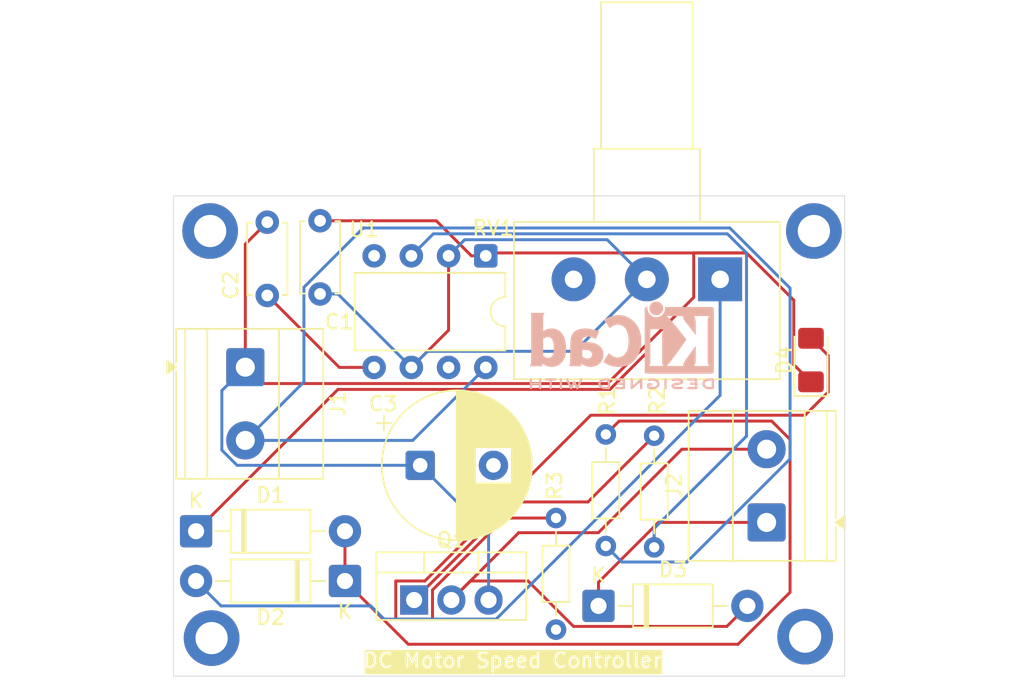
<source format=kicad_pcb>
(kicad_pcb (version 20241229) (generator "pcbnew") (generator_version "9.0")
  (layers (0 "F.Cu" signal) (2 "B.Cu" signal) (13 "F.Paste" user) (15 "B.Paste" user) (5 "F.SilkS" user "F.Silkscreen") (7 "B.SilkS" user "B.Silkscreen") (1 "F.Mask" user) (3 "B.Mask" user) (25 "Edge.Cuts" user))
  (net 0 "")
  (net 1 "GND")
  (net 2 "Net-(U1-THR)")
  (net 3 "Net-(U1-CV)")
  (net 4 "Net-(D3-K)")
  (net 5 "Net-(D1-K)")
  (net 6 "Net-(D1-A)")
  (net 7 "Net-(D2-A)")
  (net 8 "Net-(D3-A)")
  (net 9 "Net-(D4-A)")
  (net 10 "Net-(Q1-B)")
  (net 11 "Net-(U1-Q)")
  (footprint "Capacitor_THT:C_Disc_D4.7mm_W2.5mm_P5.00mm" (layer "F.Cu") (at 104.8 63 90)
    (property "Reference" "C1" (at -1.9 1.3 180) (layer "F.SilkS"))
    (property "Value" "100nF")
    (pad "1" thru_hole circle (at 0 0 90) (size 1.6 1.6) (drill 0.8) (layers "*.Cu" "*.Mask") (net 2 "Net-(U1-THR)"))
    (pad "2" thru_hole circle (at 5 0 90) (size 1.6 1.6) (drill 0.8) (layers "*.Cu" "*.Mask") (net 1 "GND"))
  )
  (footprint "Package_TO_SOT_THT:TO-220-3_Vertical" (layer "F.Cu") (at 111.22 83.9)
    (property "Reference" "Q1" (at 2.54 -4.1 0) (layer "F.SilkS"))
    (property "Value" "TIP122")
    (pad "1" thru_hole rect (at 0 0) (size 1.905 2) (drill 1.1) (layers "*.Cu" "*.Mask") (net 10 "Net-(Q1-B)"))
    (pad "2" thru_hole oval (at 2.54 0) (size 1.905 2) (drill 1.1) (layers "*.Cu" "*.Mask") (net 8 "Net-(D3-A)"))
    (pad "3" thru_hole oval (at 5.08 0) (size 1.905 2) (drill 1.1) (layers "*.Cu" "*.Mask") (net 1 "GND"))
  )
  (footprint "Diode_THT:D_DO-41_SOD81_P10.16mm_Horizontal" (layer "F.Cu") (at 96.34 79.2)
    (property "Reference" "D1" (at 5.08 -2.47 0) (layer "F.SilkS"))
    (property "Value" "1N4007")
    (fp_text user "K" (at 0 -2.1 0) (layer "F.SilkS"))
    (pad "1" thru_hole roundrect (at 0 0) (size 2.2 2.2) (drill 1.1) (layers "*.Cu" "*.Mask") (roundrect_rratio 0.113636) (net 5 "Net-(D1-K)"))
    (pad "2" thru_hole circle (at 10.16 0) (size 2.2 2.2) (drill 1.1) (layers "*.Cu" "*.Mask") (net 6 "Net-(D1-A)"))
  )
  (footprint "Capacitor_THT:C_Disc_D4.7mm_W2.5mm_P5.00mm" (layer "F.Cu") (at 101.2 63.1 90)
    (property "Reference" "C2" (at 0.7 -2.5 90) (layer "F.SilkS"))
    (property "Value" "100nF")
    (pad "1" thru_hole circle (at 0 0 90) (size 1.6 1.6) (drill 0.8) (layers "*.Cu" "*.Mask") (net 3 "Net-(U1-CV)"))
    (pad "2" thru_hole circle (at 5 0 90) (size 1.6 1.6) (drill 0.8) (layers "*.Cu" "*.Mask") (net 1 "GND"))
  )
  (footprint "Diode_THT:D_DO-41_SOD81_P10.16mm_Horizontal" (layer "F.Cu") (at 106.5 82.6 180)
    (property "Reference" "D2" (at 5.08 -2.47 0) (layer "F.SilkS"))
    (property "Value" "1N4007")
    (fp_text user "K" (at 0 -2.1 0) (layer "F.SilkS"))
    (pad "1" thru_hole roundrect (at 0 0 180) (size 2.2 2.2) (drill 1.1) (layers "*.Cu" "*.Mask") (roundrect_rratio 0.113636) (net 6 "Net-(D1-A)"))
    (pad "2" thru_hole circle (at 10.16 0 180) (size 2.2 2.2) (drill 1.1) (layers "*.Cu" "*.Mask") (net 7 "Net-(D2-A)"))
  )
  (footprint "Package_DIP:DIP-8_W7.62mm" (layer "F.Cu") (at 116.11 60.395 -90)
    (property "Reference" "U1" (at -1.795 8.31 180) (layer "F.SilkS"))
    (property "Value" "NE555P")
    (pad "1" thru_hole roundrect (at 0 0 270) (size 1.6 1.6) (drill 0.8) (layers "*.Cu" "*.Mask") (roundrect_rratio 0.15625) (net 1 "GND"))
    (pad "2" thru_hole circle (at 0 2.54 270) (size 1.6 1.6) (drill 0.8) (layers "*.Cu" "*.Mask") (net 2 "Net-(U1-THR)"))
    (pad "3" thru_hole circle (at 0 5.08 270) (size 1.6 1.6) (drill 0.8) (layers "*.Cu" "*.Mask") (net 11 "Net-(U1-Q)"))
    (pad "4" thru_hole circle (at 0 7.62 270) (size 1.6 1.6) (drill 0.8) (layers "*.Cu" "*.Mask") (net 4 "Net-(D3-K)"))
    (pad "5" thru_hole circle (at 7.62 7.62 270) (size 1.6 1.6) (drill 0.8) (layers "*.Cu" "*.Mask") (net 3 "Net-(U1-CV)"))
    (pad "6" thru_hole circle (at 7.62 5.08 270) (size 1.6 1.6) (drill 0.8) (layers "*.Cu" "*.Mask") (net 2 "Net-(U1-THR)"))
    (pad "7" thru_hole circle (at 7.62 2.54 270) (size 1.6 1.6) (drill 0.8) (layers "*.Cu" "*.Mask") (net 6 "Net-(D1-A)"))
    (pad "8" thru_hole circle (at 7.62 0 270) (size 1.6 1.6) (drill 0.8) (layers "*.Cu" "*.Mask") (net 4 "Net-(D3-K)"))
  )
  (footprint "MountingHole:MountingHole_2.2mm_M2_DIN965_Pad" (layer "F.Cu") (at 138.5 58.7)
    (property "Reference" "REF**" (hide yes))
    (property "Value" "MountingHole_2.2mm_M2_DIN965_Pad")
    (pad "1" thru_hole circle (at 0 0) (size 3.8 3.8) (drill 2.2) (layers "*.Cu" "*.Mask"))
  )
  (footprint "TerminalBlock_Phoenix:TerminalBlock_Phoenix_MKDS-1,5-2_1x02_P5.00mm_Horizontal" (layer "F.Cu") (at 99.7 68 -90)
    (property "Reference" "J1" (at 2.5 -6.32 90) (layer "F.SilkS"))
    (property "Value" "Screw_Terminal_01x02")
    (pad "1" thru_hole roundrect (at 0 0 270) (size 2.6 2.6) (drill 1.3) (layers "*.Cu" "*.Mask") (roundrect_rratio 0.096154) (net 1 "GND"))
    (pad "2" thru_hole circle (at 5 0 270) (size 2.6 2.6) (drill 1.3) (layers "*.Cu" "*.Mask") (net 4 "Net-(D3-K)"))
  )
  (footprint "Diode_THT:D_DO-41_SOD81_P10.16mm_Horizontal" (layer "F.Cu") (at 123.8 84.3)
    (property "Reference" "D3" (at 5.08 -2.47 0) (layer "F.SilkS"))
    (property "Value" "1N4007")
    (fp_text user "K" (at 0 -2.1 0) (layer "F.SilkS"))
    (pad "1" thru_hole roundrect (at 0 0) (size 2.2 2.2) (drill 1.1) (layers "*.Cu" "*.Mask") (roundrect_rratio 0.113636) (net 4 "Net-(D3-K)"))
    (pad "2" thru_hole circle (at 10.16 0) (size 2.2 2.2) (drill 1.1) (layers "*.Cu" "*.Mask") (net 8 "Net-(D3-A)"))
  )
  (footprint "MountingHole:MountingHole_2.2mm_M2_DIN965_Pad" (layer "F.Cu") (at 137.9 86.4)
    (property "Reference" "REF**" (hide yes))
    (property "Value" "MountingHole_2.2mm_M2_DIN965_Pad")
    (pad "1" thru_hole circle (at 0 0) (size 3.8 3.8) (drill 2.2) (layers "*.Cu" "*.Mask"))
  )
  (footprint "Resistor_THT:R_Axial_DIN0204_L3.6mm_D1.6mm_P7.62mm_Horizontal" (layer "F.Cu") (at 124.3 80.21 90)
    (property "Reference" "R1" (at 9.91 0.1 90) (layer "F.SilkS"))
    (property "Value" "1K")
    (pad "1" thru_hole circle (at 0 0 90) (size 1.4 1.4) (drill 0.7) (layers "*.Cu" "*.Mask") (net 4 "Net-(D3-K)"))
    (pad "2" thru_hole circle (at 7.62 0 90) (size 1.4 1.4) (drill 0.7) (layers "*.Cu" "*.Mask") (net 6 "Net-(D1-A)"))
  )
  (footprint "Potentiometer_THT:Potentiometer_Alps_RK163_Single_Horizontal" (layer "F.Cu") (at 132.1 62 -90)
    (property "Reference" "RV1" (at -3.5 15.5 180) (layer "F.SilkS"))
    (property "Value" "100K")
    (pad "1" thru_hole rect (at 0 0 90) (size 3 3) (drill 1.2) (layers "*.Cu" "*.Mask") (net 7 "Net-(D2-A)"))
    (pad "2" thru_hole circle (at 0 5 90) (size 3 3) (drill 1.2) (layers "*.Cu" "*.Mask") (net 2 "Net-(U1-THR)"))
    (pad "3" thru_hole circle (at 0 10 90) (size 3 3) (drill 1.2) (layers "*.Cu" "*.Mask") (net 5 "Net-(D1-K)"))
  )
  (footprint "TerminalBlock_Phoenix:TerminalBlock_Phoenix_MKDS-1,5-2_1x02_P5.00mm_Horizontal" (layer "F.Cu") (at 135.2725 78.6 90)
    (property "Reference" "J2" (at 2.5 -6.32 90) (layer "F.SilkS"))
    (property "Value" "Screw_Terminal_01x02")
    (pad "1" thru_hole roundrect (at 0 0 90) (size 2.6 2.6) (drill 1.3) (layers "*.Cu" "*.Mask") (roundrect_rratio 0.096154) (net 4 "Net-(D3-K)"))
    (pad "2" thru_hole circle (at 5 0 90) (size 2.6 2.6) (drill 1.3) (layers "*.Cu" "*.Mask") (net 8 "Net-(D3-A)"))
  )
  (footprint "MountingHole:MountingHole_2.2mm_M2_DIN965_Pad" (layer "F.Cu") (at 97.4 86.5)
    (property "Reference" "REF**" (hide yes))
    (property "Value" "MountingHole_2.2mm_M2_DIN965_Pad")
    (pad "1" thru_hole circle (at 0 0) (size 3.8 3.8) (drill 2.2) (layers "*.Cu" "*.Mask"))
  )
  (footprint "LED_SMD:LED_1206_3216Metric_Pad1.42x1.75mm_HandSolder" (layer "F.Cu") (at 138.3 67.5125 90)
    (property "Reference" "D4" (at 0 -1.83 90) (layer "F.SilkS"))
    (property "Value" "LED")
    (pad "1" smd roundrect (at -1.4875 0 90) (size 1.425 1.75) (layers "F.Cu" "F.Mask" "F.Paste") (roundrect_rratio 0.175439) (net 1 "GND"))
    (pad "2" smd roundrect (at 1.4875 0 90) (size 1.425 1.75) (layers "F.Cu" "F.Mask" "F.Paste") (roundrect_rratio 0.175439) (net 9 "Net-(D4-A)"))
  )
  (footprint "MountingHole:MountingHole_2.2mm_M2_DIN965_Pad" (layer "F.Cu") (at 97.3 58.7)
    (property "Reference" "REF**" (hide yes))
    (property "Value" "MountingHole_2.2mm_M2_DIN965_Pad")
    (pad "1" thru_hole circle (at 0 0) (size 3.8 3.8) (drill 2.2) (layers "*.Cu" "*.Mask"))
  )
  (footprint "Resistor_THT:R_Axial_DIN0204_L3.6mm_D1.6mm_P7.62mm_Horizontal" (layer "F.Cu") (at 127.6 80.3 90)
    (property "Reference" "R2" (at 10.01 0.2 90) (layer "F.SilkS"))
    (property "Value" "1K")
    (pad "1" thru_hole circle (at 0 0 90) (size 1.4 1.4) (drill 0.7) (layers "*.Cu" "*.Mask") (net 11 "Net-(U1-Q)"))
    (pad "2" thru_hole circle (at 7.62 0 90) (size 1.4 1.4) (drill 0.7) (layers "*.Cu" "*.Mask") (net 10 "Net-(Q1-B)"))
  )
  (footprint "Resistor_THT:R_Axial_DIN0204_L3.6mm_D1.6mm_P7.62mm_Horizontal" (layer "F.Cu") (at 120.9 85.92 90)
    (property "Reference" "R3" (at 9.82 -0.1 90) (layer "F.SilkS"))
    (property "Value" "2.2K")
    (pad "1" thru_hole circle (at 0 0 90) (size 1.4 1.4) (drill 0.7) (layers "*.Cu" "*.Mask") (net 4 "Net-(D3-K)"))
    (pad "2" thru_hole circle (at 7.62 0 90) (size 1.4 1.4) (drill 0.7) (layers "*.Cu" "*.Mask") (net 9 "Net-(D4-A)"))
  )
  (footprint "Capacitor_THT:CP_Radial_D10.0mm_P5.00mm" (layer "F.Cu") (at 111.632323 74.7)
    (property "Reference" "C3" (at -2.532323 -4.2 0) (layer "F.SilkS"))
    (property "Value" "1000uF")
    (pad "1" thru_hole roundrect (at 0 0) (size 2 2) (drill 1) (layers "*.Cu" "*.Mask") (roundrect_rratio 0.125) (net 1 "GND"))
    (pad "2" thru_hole circle (at 5 0) (size 2 2) (drill 1) (layers "*.Cu" "*.Mask") (net 4 "Net-(D3-K)"))
  )
  (footprint "Symbol:KiCad-Logo2_5mm_SilkScreen" (layer "B.Cu") (at 125.4 66.5 180)
    (property "Reference" "REF**" (hide yes))
    (property "Value" "KiCad-Logo2_5mm_SilkScreen" (hide yes))
  )
  (gr_rect (start 94.8 56.3) (end 140.6 89.1) (stroke (width 0.05)) (fill no) (layer "Edge.Cuts"))
  (gr_text "DC Motor Speed Controller" (at 107.7 88.6 0) (layer "F.SilkS" knockout) (effects (font (size 1 1) (thickness 0.1)) (justify left bottom)))
  (segment (start 100.81645 69.11645) (end 124.41645 69.11645) (width 0.2) (layer "F.Cu") (net 1))
  (segment (start 130.299 60.199) (end 133.901 60.199) (width 0.2) (layer "F.Cu") (net 1))
  (segment (start 116.306 60.199) (end 133.901 60.199) (width 0.2) (layer "F.Cu") (net 1))
  (segment (start 137.124 63.422) (end 137.124 67.824) (width 0.2) (layer "F.Cu") (net 1))
  (segment (start 124.41645 69.11645) (end 130.299 63.2339) (width 0.2) (layer "F.Cu") (net 1))
  (segment (start 112.73205 58) (end 115.12705 60.395) (width 0.2) (layer "F.Cu") (net 1))
  (segment (start 115.12705 60.395) (end 116.11 60.395) (width 0.2) (layer "F.Cu") (net 1))
  (segment (start 130.299 63.2339) (end 130.299 60.199) (width 0.2) (layer "F.Cu") (net 1))
  (segment (start 99.7 68) (end 100.81645 69.11645) (width 0.2) (layer "F.Cu") (net 1))
  (segment (start 101.2 58.1) (end 99.7 59.6) (width 0.2) (layer "F.Cu") (net 1))
  (segment (start 116.11 60.395) (end 116.306 60.199) (width 0.2) (layer "F.Cu") (net 1))
  (segment (start 104.8 58) (end 112.73205 58) (width 0.2) (layer "F.Cu") (net 1))
  (segment (start 99.7 59.6) (end 99.7 68) (width 0.2) (layer "F.Cu") (net 1))
  (segment (start 133.901 60.199) (end 137.124 63.422) (width 0.2) (layer "F.Cu") (net 1))
  (segment (start 137.124 67.824) (end 138.3 69) (width 0.2) (layer "F.Cu") (net 1))
  (segment (start 99.135844 74.7) (end 98.099 73.663156) (width 0.2) (layer "B.Cu") (net 1))
  (segment (start 98.099 69.601) (end 99.7 68) (width 0.2) (layer "B.Cu") (net 1))
  (segment (start 116.3 79.367677) (end 111.632323 74.7) (width 0.2) (layer "B.Cu") (net 1))
  (segment (start 111.632323 74.7) (end 99.135844 74.7) (width 0.2) (layer "B.Cu") (net 1))
  (segment (start 116.3 83.9) (end 116.3 79.367677) (width 0.2) (layer "B.Cu") (net 1))
  (segment (start 98.099 73.663156) (end 98.099 69.601) (width 0.2) (layer "B.Cu") (net 1))
  (segment (start 113.57 65.475) (end 111.03 68.015) (width 0.2) (layer "F.Cu") (net 2))
  (segment (start 113.57 60.395) (end 113.57 65.475) (width 0.2) (layer "F.Cu") (net 2))
  (segment (start 112.131 66.914) (end 122.186 66.914) (width 0.2) (layer "B.Cu") (net 2))
  (segment (start 122.186 66.914) (end 127.1 62) (width 0.2) (layer "B.Cu") (net 2))
  (segment (start 111.03 68.015) (end 106.015 63) (width 0.2) (layer "B.Cu") (net 2))
  (segment (start 124.394 59.294) (end 114.671 59.294) (width 0.2) (layer "B.Cu") (net 2))
  (segment (start 114.671 59.294) (end 113.57 60.395) (width 0.2) (layer "B.Cu") (net 2))
  (segment (start 127.1 62) (end 124.394 59.294) (width 0.2) (layer "B.Cu") (net 2))
  (segment (start 106.015 63) (end 104.8 63) (width 0.2) (layer "B.Cu") (net 2))
  (segment (start 111.03 68.015) (end 112.131 66.914) (width 0.2) (layer "B.Cu") (net 2))
  (segment (start 101.2 63.1) (end 106.115 68.015) (width 0.2) (layer "F.Cu") (net 3))
  (segment (start 106.115 68.015) (end 108.49 68.015) (width 0.2) (layer "F.Cu") (net 3))
  (segment (start 123.8 82.684372) (end 127.884372 78.6) (width 0.2) (layer "F.Cu") (net 4))
  (segment (start 123.8 84.3) (end 123.8 82.684372) (width 0.2) (layer "F.Cu") (net 4))
  (segment (start 127.884372 78.6) (end 135.2725 78.6) (width 0.2) (layer "F.Cu") (net 4))
  (segment (start 136.8735 74.263156) (end 136.8735 62.6044) (width 0.2) (layer "B.Cu") (net 4))
  (segment (start 111.125 73) (end 116.11 68.015) (width 0.2) (layer "B.Cu") (net 4))
  (segment (start 136.8735 62.6044) (end 132.7611 58.492) (width 0.2) (layer "B.Cu") (net 4))
  (segment (start 132.7611 58.492) (end 107.75095 58.492) (width 0.2) (layer "B.Cu") (net 4))
  (segment (start 99.7 73) (end 111.125 73) (width 0.2) (layer "B.Cu") (net 4))
  (segment (start 125.391 81.301) (end 129.835656 81.301) (width 0.2) (layer "B.Cu") (net 4))
  (segment (start 103.699 69.001) (end 99.7 73) (width 0.2) (layer "B.Cu") (net 4))
  (segment (start 103.699 62.54395) (end 103.699 69.001) (width 0.2) (layer "B.Cu") (net 4))
  (segment (start 129.835656 81.301) (end 136.8735 74.263156) (width 0.2) (layer "B.Cu") (net 4))
  (segment (start 107.75095 58.492) (end 103.699 62.54395) (width 0.2) (layer "B.Cu") (net 4))
  (segment (start 124.3 80.21) (end 125.391 81.301) (width 0.2) (layer "B.Cu") (net 4))
  (segment (start 106.02255 69.51745) (end 124.58255 69.51745) (width 0.2) (layer "F.Cu") (net 5))
  (segment (start 124.58255 69.51745) (end 127.1 67) (width 0.2) (layer "F.Cu") (net 5))
  (segment (start 96.34 79.2) (end 106.02255 69.51745) (width 0.2) (layer "F.Cu") (net 5))
  (segment (start 136.8735 72.936844) (end 136.8735 73.5) (width 0.2) (layer "F.Cu") (net 6))
  (segment (start 124.3 72.59) (end 125.211 71.679) (width 0.2) (layer "F.Cu") (net 6))
  (segment (start 136.8735 83.367814) (end 133.320314 86.921) (width 0.2) (layer "F.Cu") (net 6))
  (segment (start 136.8735 72.936844) (end 136.8735 83.367814) (width 0.2) (layer "F.Cu") (net 6))
  (segment (start 106.5 79.2) (end 106.5 82.6) (width 0.2) (layer "F.Cu") (net 6))
  (segment (start 125.211 71.679) (end 135.615656 71.679) (width 0.2) (layer "F.Cu") (net 6))
  (segment (start 133.320314 86.921) (end 110.821 86.921) (width 0.2) (layer "F.Cu") (net 6))
  (segment (start 135.615656 71.679) (end 136.8735 72.936844) (width 0.2) (layer "F.Cu") (net 6))
  (segment (start 110.821 86.921) (end 106.5 82.6) (width 0.2) (layer "F.Cu") (net 6))
  (segment (start 108.2665 84.299) (end 109.1685 85.201) (width 0.2) (layer "B.Cu") (net 7))
  (segment (start 109.1685 85.201) (end 116.819217 85.201) (width 0.2) (layer "B.Cu") (net 7))
  (segment (start 116.819217 85.201) (end 132.1 69.920217) (width 0.2) (layer "B.Cu") (net 7))
  (segment (start 132.1 69.920217) (end 132.1 62) (width 0.2) (layer "B.Cu") (net 7))
  (segment (start 98.039 84.299) (end 108.2665 84.299) (width 0.2) (layer "B.Cu") (net 7))
  (segment (start 96.34 82.6) (end 98.039 84.299) (width 0.2) (layer "B.Cu") (net 7))
  (segment (start 113.76 83.9) (end 118.359 79.301) (width 0.2) (layer "F.Cu") (net 8))
  (segment (start 115.061 82.599) (end 113.76 83.9) (width 0.2) (layer "F.Cu") (net 8))
  (segment (start 129.494372 73.6) (end 135.2725 73.6) (width 0.2) (layer "F.Cu") (net 8))
  (segment (start 123.793372 79.301) (end 129.494372 73.6) (width 0.2) (layer "F.Cu") (net 8))
  (segment (start 133.96 84.3) (end 132.559 85.701) (width 0.2) (layer "F.Cu") (net 8))
  (segment (start 118.994628 82.599) (end 115.061 82.599) (width 0.2) (layer "F.Cu") (net 8))
  (segment (start 118.359 79.301) (end 123.793372 79.301) (width 0.2) (layer "F.Cu") (net 8))
  (segment (start 122.096628 85.701) (end 118.994628 82.599) (width 0.2) (layer "F.Cu") (net 8))
  (segment (start 132.559 85.701) (end 122.096628 85.701) (width 0.2) (layer "F.Cu") (net 8))
  (segment (start 137.89566 71.278) (end 123.2749 71.278) (width 0.2) (layer "F.Cu") (net 9))
  (segment (start 123.2749 71.278) (end 111.9539 82.599) (width 0.2) (layer "F.Cu") (net 9))
  (segment (start 112.4735 85.201) (end 112.4735 83.2136) (width 0.2) (layer "F.Cu") (net 9))
  (segment (start 109.9665 82.599) (end 109.9665 85.201) (width 0.2) (layer "F.Cu") (net 9))
  (segment (start 139.476 67.201) (end 139.476 69.69766) (width 0.2) (layer "F.Cu") (net 9))
  (segment (start 138.3 66.025) (end 139.476 67.201) (width 0.2) (layer "F.Cu") (net 9))
  (segment (start 117.3871 78.3) (end 120.9 78.3) (width 0.2) (layer "F.Cu") (net 9))
  (segment (start 139.476 69.69766) (end 137.89566 71.278) (width 0.2) (layer "F.Cu") (net 9))
  (segment (start 109.9665 85.201) (end 112.4735 85.201) (width 0.2) (layer "F.Cu") (net 9))
  (segment (start 111.9539 82.599) (end 109.9665 82.599) (width 0.2) (layer "F.Cu") (net 9))
  (segment (start 112.4735 83.2136) (end 117.3871 78.3) (width 0.2) (layer "F.Cu") (net 9))
  (segment (start 123.08 77.2) (end 117.92 77.2) (width 0.2) (layer "F.Cu") (net 10))
  (segment (start 127.6 72.68) (end 123.08 77.2) (width 0.2) (layer "F.Cu") (net 10))
  (segment (start 117.92 77.2) (end 111.22 83.9) (width 0.2) (layer "F.Cu") (net 10))
  (segment (start 133.901 72.707344) (end 127.6 79.008344) (width 0.2) (layer "B.Cu") (net 11))
  (segment (start 133.901 60.199) (end 133.901 72.707344) (width 0.2) (layer "B.Cu") (net 11))
  (segment (start 127.6 79.008344) (end 127.6 80.3) (width 0.2) (layer "B.Cu") (net 11))
  (segment (start 132.595 58.893) (end 133.901 60.199) (width 0.2) (layer "B.Cu") (net 11))
  (segment (start 111.03 60.395) (end 112.532 58.893) (width 0.2) (layer "B.Cu") (net 11))
  (segment (start 112.532 58.893) (end 132.595 58.893) (width 0.2) (layer "B.Cu") (net 11))
)
</source>
